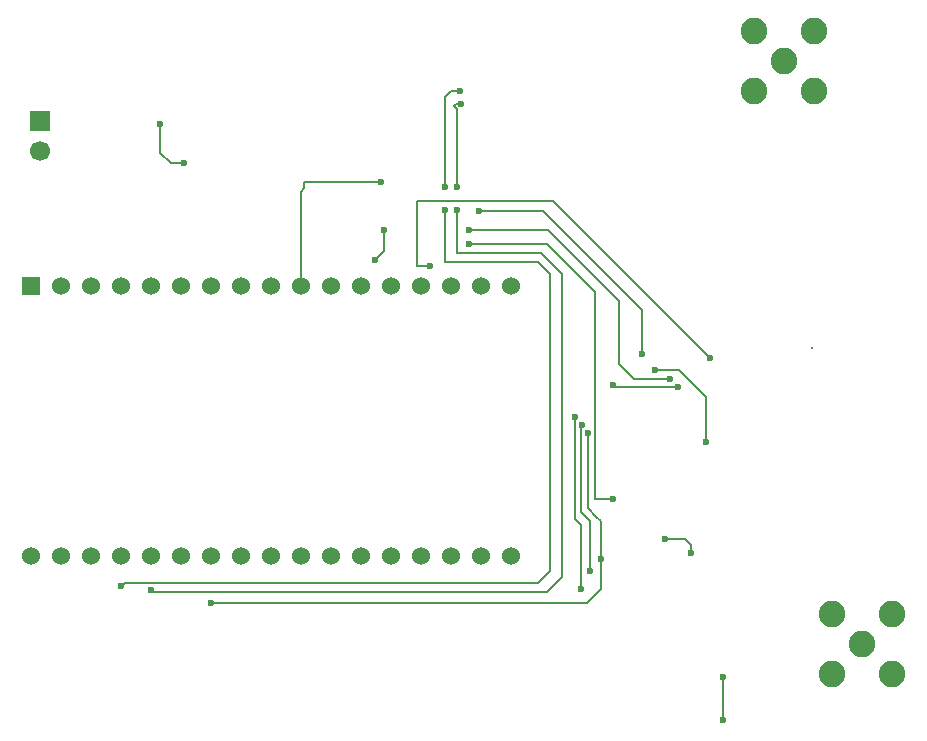
<source format=gbl>
G04 #@! TF.GenerationSoftware,KiCad,Pcbnew,9.99.0-4546-gb76221958b*
G04 #@! TF.CreationDate,2026-01-23T23:00:34+05:00*
G04 #@! TF.ProjectId,Transmitter board,5472616e-736d-4697-9474-657220626f61,rev?*
G04 #@! TF.SameCoordinates,Original*
G04 #@! TF.FileFunction,Copper,L2,Bot*
G04 #@! TF.FilePolarity,Positive*
%FSLAX46Y46*%
G04 Gerber Fmt 4.6, Leading zero omitted, Abs format (unit mm)*
G04 Created by KiCad (PCBNEW 9.99.0-4546-gb76221958b) date 2026-01-23 23:00:34*
%MOMM*%
%LPD*%
G01*
G04 APERTURE LIST*
G04 #@! TA.AperFunction,ComponentPad*
%ADD10C,2.250000*%
G04 #@! TD*
G04 #@! TA.AperFunction,ComponentPad*
%ADD11R,1.700000X1.700000*%
G04 #@! TD*
G04 #@! TA.AperFunction,ComponentPad*
%ADD12C,1.700000*%
G04 #@! TD*
G04 #@! TA.AperFunction,ComponentPad*
%ADD13R,1.524000X1.524000*%
G04 #@! TD*
G04 #@! TA.AperFunction,ComponentPad*
%ADD14C,1.524000*%
G04 #@! TD*
G04 #@! TA.AperFunction,ViaPad*
%ADD15C,0.600000*%
G04 #@! TD*
G04 #@! TA.AperFunction,Conductor*
%ADD16C,0.200000*%
G04 #@! TD*
G04 APERTURE END LIST*
D10*
X99314000Y-24083500D03*
X101854000Y-26623500D03*
X96774000Y-26623500D03*
X101854000Y-21543500D03*
X96774000Y-21543500D03*
X105900000Y-73500000D03*
X103360000Y-70960000D03*
X108440000Y-70960000D03*
X103360000Y-76040000D03*
X108440000Y-76040000D03*
D11*
X36322000Y-29205000D03*
D12*
X36322000Y-31745000D03*
D13*
X35560000Y-43180000D03*
D14*
X38100000Y-43180000D03*
X40640000Y-43180000D03*
X43180000Y-43180000D03*
X45720000Y-43180000D03*
X48260000Y-43180000D03*
X50800000Y-43180000D03*
X53340000Y-43180000D03*
X55880000Y-43180000D03*
X58420000Y-43180000D03*
X60960000Y-43180000D03*
X63500000Y-43180000D03*
X66040000Y-43180000D03*
X68580000Y-43180000D03*
X71120000Y-43180000D03*
X73660000Y-43180000D03*
X76200000Y-43180000D03*
X35560000Y-66040000D03*
X38100000Y-66040000D03*
X40640000Y-66040000D03*
X43180000Y-66040000D03*
X45720000Y-66040000D03*
X48260000Y-66040000D03*
X50800000Y-66040000D03*
X53340000Y-66040000D03*
X55880000Y-66040000D03*
X58420000Y-66040000D03*
X60960000Y-66040000D03*
X63500000Y-66040000D03*
X66040000Y-66040000D03*
X68580000Y-66040000D03*
X71120000Y-66040000D03*
X73660000Y-66040000D03*
X76200000Y-66040000D03*
D15*
X69360000Y-41450000D03*
X93020000Y-49290000D03*
X84836000Y-61214000D03*
X72644000Y-39600000D03*
X43180000Y-68600000D03*
X71882000Y-26670000D03*
X70600000Y-36750000D03*
X70612000Y-34798000D03*
X45700000Y-68900000D03*
X71616000Y-36750000D03*
X71968000Y-27772000D03*
X71628000Y-34798000D03*
X91400000Y-65800000D03*
X89235000Y-64600000D03*
X88392000Y-50292000D03*
X92710000Y-56388000D03*
X90342000Y-51734000D03*
X84836000Y-51562000D03*
X89692000Y-51084000D03*
X65470000Y-38430000D03*
X72640000Y-38430000D03*
X64700000Y-41000000D03*
X73500000Y-36800000D03*
X87300000Y-48900000D03*
X65200000Y-34400000D03*
X81600000Y-54300000D03*
X82100000Y-68800000D03*
X82200000Y-54900000D03*
X82900000Y-67300000D03*
X82700000Y-55600000D03*
X50800000Y-70000000D03*
X83800000Y-66300000D03*
X46500000Y-29464000D03*
X48500000Y-32800000D03*
X94100000Y-79900000D03*
X94100000Y-76300000D03*
D16*
X68270000Y-41440000D02*
X68260000Y-41450000D01*
X68260000Y-41450000D02*
X69360000Y-41450000D01*
X68270000Y-35990000D02*
X68270000Y-41440000D01*
X79720000Y-35990000D02*
X68270000Y-35990000D01*
X93020000Y-49290000D02*
X79720000Y-35990000D01*
X101700000Y-48400000D02*
X101700000Y-48300000D01*
X79224000Y-39600000D02*
X83312000Y-43688000D01*
X83312000Y-43688000D02*
X83312000Y-61214000D01*
X72644000Y-39600000D02*
X79224000Y-39600000D01*
X83312000Y-61214000D02*
X84836000Y-61214000D01*
X70612000Y-41148000D02*
X78486000Y-41148000D01*
X43481000Y-68299000D02*
X43180000Y-68600000D01*
X78499000Y-68299000D02*
X43481000Y-68299000D01*
X71882000Y-26670000D02*
X71120000Y-26670000D01*
X70600000Y-36750000D02*
X70600000Y-41136000D01*
X78506000Y-68306000D02*
X78499000Y-68299000D01*
X70600000Y-41136000D02*
X70612000Y-41148000D01*
X71120000Y-26670000D02*
X70612000Y-27178000D01*
X78486000Y-41148000D02*
X79502000Y-42164000D01*
X79502000Y-42164000D02*
X79502000Y-67310000D01*
X70612000Y-27178000D02*
X70612000Y-34798000D01*
X79502000Y-67310000D02*
X78506000Y-68306000D01*
X71616000Y-36750000D02*
X71616000Y-40374000D01*
X78740000Y-40386000D02*
X80518000Y-42164000D01*
X71542000Y-27772000D02*
X71374000Y-27940000D01*
X80518000Y-42164000D02*
X80518000Y-67818000D01*
X71628000Y-28194000D02*
X71628000Y-34798000D01*
X71616000Y-40374000D02*
X71628000Y-40386000D01*
X71628000Y-40386000D02*
X78740000Y-40386000D01*
X80518000Y-67818000D02*
X79218000Y-69118000D01*
X79218000Y-69118000D02*
X45918000Y-69118000D01*
X71374000Y-27940000D02*
X71628000Y-28194000D01*
X45918000Y-69118000D02*
X45700000Y-68900000D01*
X71968000Y-27772000D02*
X71542000Y-27772000D01*
X91400000Y-65100000D02*
X91400000Y-65800000D01*
X90900000Y-64600000D02*
X91000000Y-64700000D01*
X91000000Y-64700000D02*
X91400000Y-65100000D01*
X89235000Y-64600000D02*
X90900000Y-64600000D01*
X92710000Y-52578000D02*
X90424000Y-50292000D01*
X90424000Y-50292000D02*
X88392000Y-50292000D01*
X92710000Y-56388000D02*
X92710000Y-52578000D01*
X90342000Y-51734000D02*
X85008000Y-51734000D01*
X85008000Y-51734000D02*
X84836000Y-51562000D01*
X65470000Y-40230000D02*
X64700000Y-41000000D01*
X85344000Y-49784000D02*
X85344000Y-44450000D01*
X89692000Y-51084000D02*
X86644000Y-51084000D01*
X65470000Y-38430000D02*
X65470000Y-40230000D01*
X86644000Y-51084000D02*
X85344000Y-49784000D01*
X72640000Y-38430000D02*
X79324000Y-38430000D01*
X85344000Y-44450000D02*
X79324000Y-38430000D01*
X65200000Y-34400000D02*
X58700000Y-34400000D01*
X58700000Y-34900000D02*
X58420000Y-35180000D01*
X58420000Y-35180000D02*
X58420000Y-43180000D01*
X78900000Y-36800000D02*
X73500000Y-36800000D01*
X87300000Y-48900000D02*
X87300000Y-45200000D01*
X87300000Y-45200000D02*
X78900000Y-36800000D01*
X58700000Y-34400000D02*
X58700000Y-34900000D01*
X81600000Y-62900000D02*
X82100000Y-63400000D01*
X82100000Y-63400000D02*
X82100000Y-68800000D01*
X81600000Y-54300000D02*
X81600000Y-62900000D01*
X82099000Y-62299000D02*
X82900000Y-63100000D01*
X82200000Y-54900000D02*
X82099000Y-55001000D01*
X82900000Y-63100000D02*
X82900000Y-67300000D01*
X82099000Y-55001000D02*
X82099000Y-62299000D01*
X83800000Y-63100000D02*
X83800000Y-66300000D01*
X50800000Y-70000000D02*
X82600000Y-70000000D01*
X82600000Y-70000000D02*
X83800000Y-68800000D01*
X82700000Y-62000000D02*
X83400000Y-62700000D01*
X83800000Y-68800000D02*
X83800000Y-66300000D01*
X82700000Y-55600000D02*
X82700000Y-62000000D01*
X83400000Y-62700000D02*
X83800000Y-63100000D01*
X47400000Y-32800000D02*
X48500000Y-32800000D01*
X46500000Y-29464000D02*
X46500000Y-31900000D01*
X46500000Y-31900000D02*
X47400000Y-32800000D01*
X94100000Y-76300000D02*
X94100000Y-79900000D01*
M02*

</source>
